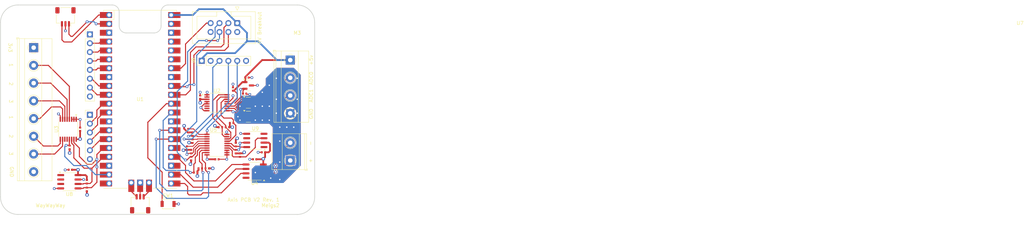
<source format=kicad_pcb>
(kicad_pcb (version 20240108) (generator "pcbnew") (generator_version "8.0")
  (layers (0 "F.Cu" signal) (1 "In1.Cu" power) (2 "In2.Cu" power) (31 "B.Cu" signal) (34 "B.Paste" user) (35 "F.Paste" user) (36 "B.SilkS" user "B.Silkscreen") (37 "F.SilkS" user "F.Silkscreen") (38 "B.Mask" user) (39 "F.Mask" user) (44 "Edge.Cuts" user))
  (net 0 "")
  (net 1 "GND")
  (net 2 "+5V")
  (net 3 "+3V3")
  (net 4 "/4.5V_VREF")
  (net 5 "/SWDIO")
  (net 6 "/SWCLK")
  (net 7 "/UART_RX")
  (net 8 "/UART_TX")
  (net 9 "/THCPL1_NEG")
  (net 10 "/THCPL1_POS")
  (net 11 "/ADC_0")
  (net 12 "/IO_1")
  (net 13 "/IO_2")
  (net 14 "/IO_3")
  (net 15 "/IO_5")
  (net 16 "/IO_4")
  (net 17 "/ADC_1")
  (net 18 "/~{SPI1_CS0}")
  (net 19 "/EXT_SCL")
  (net 20 "/I2C0_SCL")
  (net 21 "/I2C0_SDA")
  (net 22 "/EXT_SDA")
  (net 23 "/~{EXT_INT}")
  (net 24 "/I2C1_SDA")
  (net 25 "/SPI0_RX")
  (net 26 "/SPI0_SCK")
  (net 27 "/I2C1_SCL")
  (net 28 "/GPIO2")
  (net 29 "/ZC_SIG")
  (net 30 "/HV_SCL")
  (net 31 "/HV_SDA")
  (net 32 "/~{IO_INT}")
  (net 33 "/~{MUX_INT}")
  (net 34 "/ADS_SDA")
  (net 35 "/TIMER_SDA")
  (net 36 "/ADS_SCL")
  (net 37 "/TIMER_SCL")
  (net 38 "/~{ADS_RDY}")
  (net 39 "/~{TIMER_INT}")
  (net 40 "/~{SPI0_CS1}")
  (net 41 "/~{SPI0_CS0}")
  (net 42 "+BATT")
  (net 43 "/SPI1_TX")
  (net 44 "/SPI1_RX")
  (net 45 "/SPI1_SCK")
  (net 46 "/GPIO6")
  (net 47 "/GPIO5")
  (net 48 "/GPIO3")
  (net 49 "/GPIO4")
  (net 50 "/GPIO7")
  (net 51 "/IO_6")
  (net 59 "Net-(U1-RUN)")
  (net 65 "/HV_IO2")
  (net 69 "/~{INT_3}")
  (net 74 "/HV_IO1")
  (footprint "MCU_RaspberryPi_and_Boards:RPi_Pico_SMD_TH_No_Silkscreen" (layer "F.Cu") (at 100 57)
    (property "Reference" "U1")
    (property "Value" "Pico")
  )
  (footprint "Package_SO:TSSOP-20_4.4x6.5mm_P0.65mm" (layer "F.Cu") (at 122 70 180)
    (property "Reference" "U5")
    (property "Value" "PCA9544APW")
  )
  (footprint "Capacitor_SMD:C_0402_1005Metric" (layer "F.Cu") (at 117.2 56.4 90)
    (property "Reference" "C1" (hide yes))
    (property "Value" "0.1u")
  )
  (footprint "Package_SO:SOIC-8_3.9x4.9mm_P1.27mm" (layer "F.Cu") (at 133 68.8 180)
    (property "Reference" "U9")
    (property "Value" "DS3231MZ")
  )
  (footprint "Resistor_SMD:R_0402_1005Metric" (layer "F.Cu") (at 115 69 90)
    (property "Reference" "R17" (hide yes))
    (property "Value" "1k")
  )
  (footprint "Resistor_SMD:R_0402_1005Metric" (layer "F.Cu") (at 113.4 71 90)
    (property "Reference" "R15" (hide yes))
    (property "Value" "1k")
  )
  (footprint "Package_TO_SOT_SMD:SOT-23" (layer "F.Cu") (at 131 58)
    (property "Reference" "D1" (hide yes))
    (property "Value" "4.7v")
  )
  (footprint "Resistor_SMD:R_0402_1005Metric" (layer "F.Cu") (at 79.8 70.8 90)
    (property "Reference" "R3" (hide yes))
    (property "Value" "1k")
  )
  (footprint "Resistor_SMD:R_0402_1005Metric" (layer "F.Cu") (at 125 65 180)
    (property "Reference" "R7" (hide yes))
    (property "Value" "1k")
  )
  (footprint "Package_SO:TSSOP-16_4.4x5mm_P0.65mm" (layer "F.Cu") (at 79.4 65.6 -90)
    (property "Reference" "U3")
    (property "Value" "TCA9534")
  )
  (footprint "TerminalBlock_Phoenix:TerminalBlock_Phoenix_MKDS-1,5-4-5.08_1x04_P5.08mm_Horizontal" (layer "F.Cu") (at 143 45.78 -90)
    (property "Reference" "J3" (hide yes))
    (property "Value" "Conn_01x04")
  )
  (footprint "TerminalBlock_Phoenix:TerminalBlock_Phoenix_MKDS-1,5-8-5.08_1x08_P5.08mm_Horizontal" (layer "F.Cu") (at 69.495 42.22 -90)
    (property "Reference" "J2" (hide yes))
    (property "Value" "GPIO")
  )
  (footprint "Resistor_SMD:R_0402_1005Metric" (layer "F.Cu") (at 113.8 66 90)
    (property "Reference" "R18" (hide yes))
    (property "Value" "1k")
  )
  (footprint "Package_TO_SOT_SMD:SOT-23" (layer "F.Cu") (at 131 62)
    (property "Reference" "D2" (hide yes))
    (property "Value" "4.7v")
  )
  (footprint "Resistor_SMD:R_0402_1005Metric" (layer "F.Cu") (at 123 65)
    (property "Reference" "R8" (hide yes))
    (property "Value" "1k")
  )
  (footprint "Resistor_SMD:R_0402_1005Metric" (layer "F.Cu") (at 119.23 76.8 180)
    (property "Reference" "R4" (hide yes))
    (property "Value" "1k")
  )
  (footprint "Capacitor_SMD:C_0402_1005Metric" (layer "F.Cu") (at 132.8 74.2 180)
    (property "Reference" "C4" (hide yes))
    (property "Value" "0.1u")
  )
  (footprint "Package_SO:SOIC-8_3.9x4.9mm_P1.27mm" (layer "F.Cu") (at 79.725 80.635)
    (property "Reference" "U8")
    (property "Value" "FM24CL16B")
  )
  (footprint "Capacitor_SMD:C_0402_1005Metric" (layer "F.Cu") (at 129.9375 55.4)
    (property "Reference" "C9" (hide yes))
    (property "Value" "0.1u")
  )
  (footprint "Resistor_SMD:R_0402_1005Metric" (layer "F.Cu") (at 115 67 -90)
    (property "Reference" "R16" (hide yes))
    (property "Value" "1k")
  )
  (footprint "Package_SO:SOIC-8_3.9x4.9mm_P1.27mm" (layer "F.Cu") (at 132.8 77.6 180)
    (property "Reference" "U4")
    (property "Value" "MAX31855EASA")
  )
  (footprint "Connector_PinHeader_2.54mm:PinHeader_1x06_P2.54mm_Vertical" (layer "F.Cu") (at 117.65 46 90)
    (property "Reference" "J8")
    (property "Value" "EXT_I2C")
  )
  (footprint "Resistor_SMD:R_0402_1005Metric" (layer "F.Cu") (at 84.725 80.635 -90)
    (property "Reference" "R2" (hide yes))
    (property "Value" "1k")
  )
  (footprint "Connector_IDC:IDC-Header_2x04_P2.54mm_Vertical" (layer "F.Cu") (at 127.81 35.2 -90)
    (property "Reference" "J10" (hide yes))
    (property "Value" "HV_IDC")
  )
  (footprint "Package_TO_SOT_SMD:SOT-23" (layer "F.Cu") (at 130.9375 53.05)
    (property "Reference" "U7")
    (property "Value" "MAX6107")
  )
  (footprint "MountingHole:MountingHole_2.7mm_M2.5" (layer "F.Cu") (at 145 35)
    (property "Reference" "H4" (hide yes))
    (property "Value" "MountingHole")
  )
  (footprint "MountingHole:MountingHole_2.7mm_M2.5" (layer "F.Cu") (at 65 85)
    (property "Reference" "H2" (hide yes))
    (property "Value" "MountingHole")
  )
  (footprint "Capacitor_SMD:C_0402_1005Metric" (layer "F.Cu") (at 126.6 54.08 90)
    (property "Reference" "C2" (hide yes))
    (property "Value" "0.1u")
  )
  (footprint "TerminalBlock_Phoenix:TerminalBlock_Phoenix_MKDS-1,5-2-5.08_1x02_P5.08mm_Horizontal" (layer "F.Cu") (at 143 74.545 90)
    (property "Reference" "J5" (hide yes))
    (property "Value" "Conn_01x02")
  )
  (footprint "Resistor_SMD:R_0402_1005Metric" (layer "F.Cu") (at 114.6 74 90)
    (property "Reference" "R14" (hide yes))
    (property "Value" "1k")
  )
  (footprint "MountingHole:MountingHole_2.7mm_M2.5" (layer "F.Cu") (at 145 85)
    (property "Reference" "H3" (hide yes))
    (property "Value" "MountingHole")
  )
  (footprint "Resistor_SMD:R_0402_1005Metric" (layer "F.Cu") (at 128.6 73 -90)
    (property "Reference" "R12" (hide yes))
    (property "Value" "1k")
  )
  (footprint "Resistor_SMD:R_0402_1005Metric" (layer "F.Cu") (at 115.89 78 180)
    (property "Reference" "R6" (hide yes))
    (property "Value" "1k")
  )
  (footprint "Resistor_SMD:R_0402_1005Metric" (layer "F.Cu") (at 114.6 72 -90)
    (property "Reference" "R13" (hide yes))
    (property "Value" "1k")
  )
  (footprint "Capacitor_SMD:C_0402_1005Metric" (layer "F.Cu") (at 135.32 72.2 180)
    (property "Reference" "C10" (hide yes))
    (property "Value" "0.1u")
  )
  (footprint "Capacitor_SMD:C_0402_1005Metric" (layer "F.Cu") (at 80 77.2 180)
    (property "Reference" "C7" (hide yes))
    (property "Value" "0.1u")
  )
  (footprint "Connector_PinHeader_2.54mm:PinHeader_1x08_P2.54mm_Vertical" (layer "F.Cu") (at 85.6 38.42)
    (property "Reference" "J9" (hide yes))
    (property "Value" "GPIO")
  )
  (footprint "Connector_JST:JST_SH_SM03B-SRSS-TB_1x03-1MP_P1.00mm_Horizontal" (layer "F.Cu") (at 100 86.925)
    (property "Reference" "J1" (hide yes))
    (property "Value" "SWD")
  )
  (footprint "Package_SO:TSSOP-16_4.4x5mm_P0.65mm" (layer "F.Cu") (at 122 58)
    (property "Reference" "U2")
    (property "Value" "ADS1119IPWR")
  )
  (footprint "Resistor_SMD:R_0402_1005Metric" (layer "F.Cu") (at 127.4 70 -90)
    (property "Reference" "R11" (hide yes))
    (property "Value" "1k")
  )
  (footprint "Capacitor_SMD:C_0402_1005Metric" (layer "F.Cu") (at 130.6 50.8)
    (property "Reference" "C8" (hide yes))
    (property "Value" "0.1u")
  )
  (footprint "Connector_JST:JST_SH_SM03B-SRSS-TB_1x03-1MP_P1.00mm_Horizontal" (layer "F.Cu") (at 78.6 33.4 180)
    (property "Reference" "J4" (hide yes))
    (property "Value" "UART")
  )
  (footprint "MountingHole:MountingHole_2.7mm_M2.5" (layer "F.Cu") (at 65 35)
    (property "Reference" "H1" (hide yes))
    (property "Value" "MountingHole")
  )
  (footprint "Resistor_SMD:R_0402_1005Metric" (layer "F.Cu") (at 127.4 72 90)
    (property "Reference" "R10" (hide yes))
    (property "Value" "1k")
  )
  (footprint "Capacitor_SMD:C_0402_1005Metric" (layer "F.Cu") (at 122 74.2)
    (property "Reference" "C5" (hide yes))
    (property "Value" "0.1u")
  )
  (footprint "Button_Switch_SMD:SW_SPST_B3U-1000P" (layer "F.Cu") (at 108 87 180)
    (property "Reference" "SW1")
    (property "Value" "RES")
  )
  (footprint "Resistor_SMD:R_0402_1005Metric" (layer "F.Cu") (at 84.725 82.835 90)
    (property "Reference" "R1" (hide yes))
    (property "Value" "1k")
  )
  (footprint "Resistor_SMD:R_0402_1005Metric" (layer "F.Cu") (at 117.23 76.8)
    (property "Reference" "R5" (hide yes))
    (property "Value" "1k")
  )
  (footprint "Connector_PinHeader_2.54mm:PinHeader_1x06_P2.54mm_Vertical" (layer "F.Cu") (at 85.6 61.46)
    (property "Reference" "J7" (hide yes))
    (property "Value" "EXT_SPI")
  )
  (footprint "Capacitor_SMD:C_0402_1005Metric" (layer "F.Cu") (at 82.8 65.6 90)
    (property "Reference" "C3" (hide yes))
    (property "Value" "0.1u")
  )
  (footprint "Resistor_SMD:R_0402_1005Metric" (layer "F.Cu") (at 126.2 63.8)
    (property "Reference" "R9" (hide yes))
    (property "Value" "1k")
  )
  (gr_line (start 104 38) (end 96 38) (stroke (width 0.2)) (layer "Edge.Cuts"))
  (gr_line (start 92 30) (end 65 30) (stroke (width 0.2)) (layer "Edge.Cuts"))
  (gr_arc (start 150 85) (mid 148.535533 88.535533) (end 145 90) (stroke (width 0.2)) (layer "Edge.Cuts"))
  (gr_line (start 106 32) (end 106 36) (stroke (width 0.2)) (layer "Edge.Cuts"))
  (gr_arc (start 106 32) (mid 106.585785 30.585785) (end 108 30) (stroke (width 0.2)) (layer "Edge.Cuts"))
  (gr_line (start 145 30) (end 108 30) (stroke (width 0.2)) (layer "Edge.Cuts"))
  (gr_arc (start 65 90) (mid 61.464466 88.535534) (end 60 85) (stroke (width 0.2)) (layer "Edge.Cuts"))
  (gr_arc (start 96 38) (mid 94.585752 37.414228) (end 94 36) (stroke (width 0.2)) (layer "Edge.Cuts"))
  (gr_arc (start 92 30) (mid 93.41418 30.585801) (end 94 32) (stroke (width 0.2)) (layer "Edge.Cuts"))
  (gr_line (start 94 36) (end 94 32) (stroke (width 0.2)) (layer "Edge.Cuts"))
  (gr_line (start 150 85) (end 150 35) (stroke (width 0.2)) (layer "Edge.Cuts"))
  (gr_line (start 60 35) (end 60 85) (stroke (width 0.2)) (layer "Edge.Cuts"))
  (gr_line (start 65 90) (end 145 90) (stroke (width 0.2)) (layer "Edge.Cuts"))
  (gr_arc (start 60 35) (mid 61.464466 31.464466) (end 65 30) (stroke (width 0.2)) (layer "Edge.Cuts"))
  (gr_arc (start 106 36) (mid 105.414215 37.414215) (end 104 38) (stroke (width 0.2)) (layer "Edge.Cuts"))
  (gr_arc (start 145 30) (mid 148.5355 31.46448) (end 150 35) (stroke (width 0.2)) (layer "Edge.Cuts"))
  (gr_text "3" (at 63 57.6 270) (layer "F.SilkS") (effects (font (size 1 1))))
  (gr_text "HV Breakout" (at 134.2 36.6 90) (layer "F.SilkS") (effects (font (size 1 1))))
  (gr_text "2" (at 63 67.6 270) (layer "F.SilkS") (effects (font (size 1 1))))
  (gr_text "+5v" (at 149 45.8 90) (layer "F.SilkS") (effects (font (size 1 1))))
  (gr_text "WayWayWay" (at 70 88 0) (layer "F.SilkS") (effects (font (size 1 1)) (justify left bottom)))
  (gr_text "GND" (at 149 61.2 90) (layer "F.SilkS") (effects (font (size 1 1))))
  (gr_text "1" (at 63 62.2 270) (layer "F.SilkS") (effects (font (size 1 1))))
  (gr_text "GND" (at 63.2 77.8 270) (layer "F.SilkS") (effects (font (size 1 1))))
  (gr_text "2" (at 63 52.6 270) (layer "F.SilkS") (effects (font (size 1 1))))
  (gr_text "M3" (at 145 38 0) (layer "F.SilkS") (effects (font (size 1 1))))
  (gr_text "Axis PCB V2 Rev. 1\nMeigs2" (at 140 88 0) (layer "F.SilkS") (effects (font (size 1 1)) (justify right bottom)))
  (gr_text "+" (at 148.8 74.6 90) (layer "F.SilkS") (effects (font (size 1 1))))
  (gr_text "ADC0" (at 149 51 90) (layer "F.SilkS") (effects (font (size 1 1))))
  (gr_text "3v3" (at 62.8 42.2 270) (layer "F.SilkS") (effects (font (size 1 1))))
  (gr_text "3" (at 63 72.6 270) (layer "F.SilkS") (effects (font (size 1 1))))
  (gr_text "-" (at 148.8 69.6 90) (layer "F.SilkS") (effects (font (size 1 1))))
  (gr_text "ADC1" (at 149 56 90) (layer "F.SilkS") (effects (font (size 1 1))))
  (gr_text "1" (at 63 47.2 270) (layer "F.SilkS") (effects (font (size 1 1))))
  (segment (start 128.895 66.895) (end 128.8 66.8) (width 0.25) (layer "F.Cu") (net 1))
  (segment (start 126.6 53.6) (end 126.6 52.68) (width 0.25) (layer "F.Cu") (net 1))
  (segment (start 119.1375 56.375) (end 119.1375 55.725) (width 0.25) (layer "F.Cu") (net 1))
  (segment (start 128.65 58.95) (end 128.6 59) (width 0.25) (layer "F.Cu") (net 1))
  (segment (start 137.305 79.505) (end 137.4 79.6) (width 0.3) (layer "F.Cu") (net 1))
  (segment (start 118.400001 58.325) (end 117.4 59.325001) (width 0.3) (layer "F.Cu") (net 1))
  (segment (start 109.7 87) (end 111 87) (width 0.3) (layer "F.Cu") (net 1))
  (segment (start 119.1375 55.0625) (end 119.2 55) (width 0.25) (layer "F.Cu") (net 1))
  (segment (start 124.8625 71.625) (end 124.8625 72.925) (width 0.25) (layer "F.Cu") (net 1))
  (segment (start 119.1375 60.275) (end 118.275 60.275) (width 0.3) (layer "F.Cu") (net 1))
  (segment (start 124.8625 67.075) (end 124.8625 66.4625) (width 0.25) (layer "F.Cu") (net 1))
  (segment (start 117.2 55.92) (end 117.2 55) (width 0.25) (layer "F.Cu") (net 1))
  (segment (start 77.25 82.54) (end 75.46 82.54) (width 0.25) (layer "F.Cu") (net 1))
  (segment (start 131.08 50.8) (end 132 50.8) (width 0.25) (layer "F.Cu") (net 1))
  (segment (start 124.8625 72.925) (end 124.8625 74.1375) (width 0.25) (layer "F.Cu") (net 1))
  (segment (start 130.4175 55.4) (end 130.6175 55.6) (width 0.25) (layer "F.Cu") (net 1))
  (segment (start 100 84.925) (end 100 80.9) (width 0.25) (layer "F.Cu") (net 1))
  (segment (start 124.8625 66.4625) (end 124.8 66.4) (width 0.25) (layer "F.Cu") (net 1))
  (segment (start 131.875 53.05) (end 133.55 53.05) (width 0.25) (layer "F.Cu") (net 1))
  (segment (start 124.8625 74.1375) (end 124.8 74.2) (width 0.25) (layer "F.Cu") (net 1))
  (segment (start 82.2 80) (end 83.8 80) (width 0.25) (layer "F.Cu") (net 1))
  (segment (start 77.125 61.725) (end 77.125 62.7375) (width 0.25) (layer "F.Cu") (net 1))
  (segment (start 119.1375 57.675) (end 119.1375 58.325) (width 0.3) (layer "F.Cu") (net 1))
  (segment (start 128.65 62.95) (end 128.6 63) (width 0.25) (layer "F.Cu") (net 1))
  (segment (start 79.52 77.2) (end 78.56 77.2) (width 0.25) (layer "F.Cu") (net 1))
  (segment (start 80.375 62.7375) (end 82.7375 62.7375) (width 0.25) (layer "F.Cu") (net 1))
  (segment (start 78.6 35.4) (end 78.6 37.4) (width 0.3) (layer "F.Cu") (net 1))
  (segment (start 117.4 59.325001) (end 117.4 59.4) (width 0.3) (layer "F.Cu") (net 1))
  (segment (start 132.32 74.2) (end 131.4 74.2) (width 0.3) (layer "F.Cu") (net 1))
  (segment (start 130.525 66.895) (end 128.895 66.895) (width 0.25) (layer "F.Cu") (net 1))
  (segment (start 133.55 53.05) (end 133.6 53) (width 0.25) (layer "F.Cu") (net 1))
  (segment (start 119.1375 55.725) (end 119.1375 55.0625) (width 0.25) (layer "F.Cu") (net 1))
  (segment (start 76.6 61.2) (end 77.125 61.725) (width 0.25) (layer "F.Cu") (net 1))
  (segment (start 119.1375 58.325) (end 118.400001 58.325) (width 0.3) (layer "F.Cu") (net 1))
  (segment (start 122.48 74.2) (end 124.8 74.2) (width 0.25) (layer "F.Cu") (net 1))
  (segment (start 130.0625 62.95) (end 128.65 62.95) (width 0.25) (layer "F.Cu") (net 1))
  (segment (start 130.0625 58.95) (end 128.65 58.95) (width 0.25) (layer "F.Cu") (net 1))
  (segment (start 75.46 82.54) (end 75.4 82.6) (width 0.25) (layer "F.Cu") (net 1))
  (segment (start 134.84 72.2) (end 133.8 72.2) (width 0.3) (layer "F.Cu") (net 1))
  (segment (start 82.8 65.12) (end 82.8 62.8) (width 0.25) (layer "F.Cu") (net 1))
  (segment (start 130.6175 55.6) (end 131.4 55.6) (width 0.25) (layer "F.Cu") (net 1))
  (segment (start 78.56 77.2) (end 78.525 77.235) (width 0.25) (layer "F.Cu") (net 1))
  (segment (start 135.275 79.505) (end 137.305 79.505) (width 0.3) (layer "F.Cu") (net 1))
  (segment (start 118.275 60.275) (end 117.4 59.4) (width 0.3) (layer "F.Cu") (net 1))
  (segment (start 82.7375 62.7375) (end 82.8 62.8) (width 0.25) (layer "F.Cu") (net 1))
  (via (at 142 65) (size 0.8) (drill 0.4) (layers "F.Cu" "B.Cu") (net 1))
  (via (at 140 80) (size 0.8) (drill 0.4) (layers "F.Cu" "B.Cu") (net 1))
  (via (at 145 61) (size 0.8) (drill 0.4) (layers "F.Cu" "B.Cu") (net 1))
  (via (at 119.2 55) (size 0.8) (drill 0.4) (layers "F.Cu" "B.Cu") (net 1))
  (via (at 145 57) (size 0.8) (drill 0.4) (layers "F.Cu" "B.Cu") (net 1))
  (via (at 133 59) (size 0.8) (drill 0.4) (layers "F.Cu" "B.Cu") (net 1))
  (via (at 135 59) (size 0.8) (drill 0.4) (layers "F.Cu" "B.Cu") (net 1))
  (via (at 137.4 79.6) (size 0.8) (drill 0.4) (layers "F.Cu" "B.Cu") (net 1))
  (via (at 78.525 77.235) (size 0.8) (drill 0.4) (layers "F.Cu" "B.Cu") (net 1))
  (via (at 140 69) (size 0.8) (drill 0.4) (layers "F.Cu" "B.Cu") (net 1))
  (via (at 124.8 74.2) (size 0.8) (drill 0.4) (layers "F.Cu" "B.Cu") (net 1))
  (via (at 144 65) (size 0.8) (drill 0.4) (layers "F.Cu" "B.Cu") (net 1))
  (via (at 139 57) (size 0.8) (drill 0.4) (layers "F.Cu" "B.Cu") (net 1))
  (via (at 133 78) (size 0.8) (drill 0.4) (layers "F.Cu" "B.Cu") (net 1))
  (via (at 131.4 55.6) (size 0.8) (drill 0.4) (layers "F.Cu" "B.Cu") (net 1))
  (via (at 128 62) (size 0.8) (drill 0.4) (layers "F.Cu" "B.Cu") (net 1))
  (via (at 78.6 37.4) (size 0.8) (drill 0.4) (layers "F.Cu" "B.Cu") (net 1))
  (via (at 137 53) (size 0.8) (drill 0.4) (layers "F.Cu" "B.Cu") (net 1))
  (via (at 145 51) (size 0.8) (drill 0.4) (layers "F.Cu" "B.Cu") (net 1))
  (via (at 135 55) (size 0.8) (drill 0.4) (layers "F.Cu" "B.Cu") (net 1))
  (via (at 83.8 80) (size 0.8) (drill 0.4) (layers "F.Cu" "B.Cu") (net 1))
  (via (at 128.6 59) (size 0.8) (drill 0.4) (layers "F.Cu" "B.Cu") (net 1))
  (via (at 117.4 59.4) (size 0.8) (drill 0.4) (layers "F.Cu" "B.Cu") (net 1))
  (via (at 128.6 63) (size 0.8) (drill 0.4) (layers "F.Cu" "B.Cu") (net 1))
  (via (at 128.8 66.8) (size 0.8) (drill 0.4) (layers "F.Cu" "B.Cu") (net 1))
  (via (at 133.8 72.2) (size 0.8) (drill 0.4) (layers "F.Cu" "B.Cu") (net 1))
  (via (at 139 61) (size 0.8) (drill 0.4) (layers "F.Cu" "B.Cu") (net 1))
  (via (at 82.8 62.8) (size 0.8) (drill 0.4) (layers "F.Cu" "B.Cu") (net 1))
  (via (at 75.4 82.6) (size 0.8) (drill 0.4) (layers "F.Cu" "B.Cu") (net 1))
  (via (at 139 51) (size 0.8) (drill 0.4) (layers "F.Cu" "B.Cu") (net 1))
  (via (at 111 87) (size 0.8) (drill 0.4) (layers "F.Cu" "B.Cu") (net 1))
  (via (at 140 75) (size 0.8) (drill 0.4) (layers "F.Cu" "B.Cu") (net 1))
  (via (at 132 50.8) (size 0.8) (drill 0.4) (layers "F.Cu" "B.Cu") (net 1))
  (via (at 117.2 55) (size 0.8) (drill 0.4) (layers "F.Cu" "B.Cu") (net 1))
  (via (at 126.6 52.68) (size 0.8) (drill 0.4) (layers "F.Cu" "B.Cu") (net 1))
  (via (at 124.8 66.4) (size 0.8) (drill 0.4) (layers "F.Cu" "B.Cu") (net 1))
  (via (at 137 59) (size 0.8) (drill 0.4) (layers "F.Cu" "B.Cu") (net 1))
  (via (at 133 63) (size 0.8) (drill 0.4) (layers "F.Cu" "B.Cu") (net 1))
  (via (at 137 63) (size 0.8) (drill 0.4) (layers "F.Cu" "B.Cu") (net 1))
  (via (at 140 65) (size 0.8) (drill 0.4) (layers "F.Cu" "B.Cu") (net 1))
  (via (at 131.4 74.2) (size 0.8) (drill 0.4) (layers "F.Cu" "B.Cu") (net 1))
  (via (at 76.6 61.2) (size 0.8) (drill 0.4) (layers "F.Cu" "B.Cu") (net 1))
  (via (at 135 63) (size 0.8) (drill 0.4) (layers "F.Cu" "B.Cu") (net 1))
  (via (at 133.6 53) (size 0.8) (drill 0.4) (layers "F.Cu" "B.Cu") (net 1))
  (segment (start 126.96 54.56) (end 127.8 55.4) (width 0.3) (layer "F.Cu") (net 2))
  (segment (start 126.84 54.56) (end 126.6 54.56) (width 0.5) (layer "F.Cu") (net 2))
  (segment (start 130.12 51.98) (end 130 52.1) (width 0.5) (layer "F.Cu") (net 2))
  (segment (start 126.6 54.56) (end 126.96 54.56) (width 0.3) (layer "F.Cu") (net 2))
  (segment (start 134.951734 45.78) (end 142.295 45.78) (width 0.5) (layer "F.Cu") (net 2))
  (segment (start 127.8 55.4) (end 127.8 56.6) (width 0.3) (layer "F.Cu") (net 2))
  (segment (start 126.075 58.325) (end 127.8 56.6) (width 0.3) (layer "F.Cu") (net 2))
  (segment (start 129.3 52.1) (end 126.84 54.56) (width 0.5) (layer "F.Cu") (net 2))
  (segment (start 124.8625 58.325) (end 126.075 58.325) (width 0.3) (layer "F.Cu") (net 2))
  (segment (start 130.12 50.8) (end 130.12 51.98) (width 0.5) (layer "F.Cu") (net 2))
  (segment (start 130 52.1) (end 129.3 52.1) (width 0.5) (layer "F.Cu") (net 2))
  (segment (start 130.12 50.611734) (end 134.951734 45.78) (width 0.5) (layer "F.Cu") (net 2))
  (segment (start 130.12 50.8) (end 130.12 50.611734) (width 0.5) (layer "F.Cu") (net 2))
  (segment (start 127.2 43.8) (end 130.6 40.4) (width 0.5) (layer "B.Cu") (net 2))
  (segment (start 142.295 45.78) (end 139.18 45.78) (width 0.5) (layer "B.Cu") (net 2))
  (segment (start 139.18 45.78) (end 133.8 40.4) (width 0.5) (layer "B.Cu") (net 2))
  (segment (start 130.6 40.4) (end 130.6 37.99) (width 0.5) (layer "B.Cu") (net 2))
  (segment (start 123.81 31.2) (end 116.8 31.2) (width 0.5) (layer "B.Cu") (net 2))
  (segment (start 133.8 40.4) (end 130.6 40.4) (width 0.5) (layer "B.Cu") (net 2))
  (segment (start 119.2 43.8) (end 117.65 45.35) (width 0.5) (layer "B.Cu") (net 2))
  (segment (start 116.8 31.2) (end 115.13 32.87) (width 0.5) (layer "B.Cu") (net 2))
  (segment (start 117.65 45.35) (end 117.65 46) (width 0.5) (layer "B.Cu") (net 2))
  (segment (start 127.81 35.2) (end 123.81 31.2) (width 0.5) (layer "B.Cu") (net 2))
  (segment (start 115.13 32.87) (end 108.89 32.87) (width 0.5) (layer "B.Cu") (net 2))
  (segment (start 130.6 37.99) (end 127.81 35.2) (width 0.5) (layer "B.Cu") (net 2))
  (segment (start 119.2 43.8) (end 127.2 43.8) (width 0.5) (layer "B.Cu") (net 2))
  (segment (start 119.2 74.2) (end 119.1375 74.1375) (width 0.25) (layer "F.Cu") (net 3))
  (segment (start 129.51 72.49) (end 129.8 72.2) (width 0.5) (layer "F.Cu") (net 3))
  (segment (start 122.49 65) (end 121.8 65) (width 0.5) (layer "F.Cu") (net 3))
  (segment (start 112.6 65.441056) (end 113.668944 66.51) (width 0.5) (layer "F.Cu") (net 3))
  (segment (start 135.475 69.435) (end 136.835 69.435) (width 0.5) (layer "F.Cu") (net 3))
  (segment (start 115 66.49) (end 113.82 66.49) (width 0.5) (layer "F.Cu") (net 3))
  (segment (start 127.4 72.51) (end 128.58 72.51) (width 0.5) (layer "F.Cu") (net 3))
  (segment (start 115 69.51) (end 114.11 69.51) (width 0.5) (layer "F.Cu") (net 3))
  (segment (start 81.675 68.4625) (end 82.7375 68.4625) (width 0.4) (layer "F.Cu") (net 3))
  (segment (start 114.6 71.49) (end 113.42 71.49) (width 0.5) (layer "F.Cu") (net 3))
  (segment (start 84.725 84.325) (end 84.8 84.4) (width 0.5) (layer "F.Cu") (net 3))
  (segment (start 113.668944 66.51) (end 113.8 66.51) (width 0.5) (layer "F.Cu") (net 3))
  (segment (start 135.275 74.075) (end 135.275 75.695) (width 0.5) (layer "F.Cu") (net 3))
  (segment (start 80.48 77.2) (end 82.2 77.2) (width 0.5) (layer "F.Cu") (net 3))
  (segment (start 127.4 69.49) (end 127.4 68.6) (width 0.5) (layer "F.Cu") (net 3))
  (segment (start 82.8 66.08) (end 82.8 68.4) (width 0.5) (layer "F.Cu") (net 3))
  (segment (start 82.7375 68.4625) (end 82.8 68.4) (width 0.4) (layer "F.Cu") (net 3))
  (segment (start 135.8 73.55) (end 135.8 72.2) (width 0.5) (layer "F.Cu") (net 3))
  (segment (start 114.6 75.4) (end 114.4 75.6) (width 0.5) (layer "F.Cu") (net 3))
  (segment (start 137.2 71.8) (end 136.8 72.2) (width 0.5) (layer "F.Cu") (net 3))
  (segment (start 114.11 69.51) (end 114 69.4) (width 0.5) (layer "F.Cu") (net 3))
  (segment (start 119.8 76.8) (end 120.8 76.8) (width 0.5) (layer "F.Cu") (net 3))
  (segment (start 128.6 72.49) (end 129.51 72.49) (width 0.5) (layer "F.Cu") (net 3))
  (segment (start 116.4 78) (end 116.4 79) (width 0.5) (layer "F.Cu") (net 3))
  (segment (start 112.49 71.51) (end 112.4 71.6) (width 0.5) (layer "F.Cu") (net 3))
  (segment (start 125.599999 57.675) (end 124.8625 57.675) (width 0.3) (layer "F.Cu") (net 3))
  (segment (start 135.275 74.075) (end 135.15 74.2) (width 0.5) (layer "F.Cu") (net 3))
  (segment (start 119.1375 74.1375) (end 119.1375 72.925) (width 0.25) (layer "F.Cu") (net 3))
  (segment (start 126.6 56) (end 126.6 56.674999) (width 0.3) (layer "F.Cu") (net 3))
  (segment (start 125.51 65) (end 126.4 65) (width 0.5) (layer "F.Cu") (net 3))
  (segment (start 121.52 74.2) (end 119.2 74.2) (width 0.5) (layer "F.Cu") (net 3))
  (segment (start 125.69 63.8) (end 125.69 64.82) (width 0.5) (layer "F.Cu") (net 3))
  (segment (start 137.2 69.8) (end 137.2 71.8) (width 0.5) (layer "F.Cu") (net 3))
  (segment (start 119.1375 57.025) (end 117.345 57.025) (width 0.4) (layer "F.Cu") (net 3))
  (segment (start 127.4 68.6) (end 127.8 68.2) (width 0.5) (layer "F.Cu") (net 3))
  (segment (start 84.33 78.73) (end 84.725 79.125) (width 0.5) (layer "F.Cu") (net 3))
  (segment (start 125.69 64.82) (end 125.51 65) (width 0.5) (layer "F.Cu") (net 3))
  (segment (start 84.725 79.125) (end 84.725 80.125) (width 0.5) (layer "F.Cu") (net 3))
  (segment (start 116.72 77.28) (end 116.72 76.8) (width 0.5) (layer "F.Cu") (net 3))
  (segment (start 117.2 58) (end 117.2 56.88) (width 0.5) (layer "F.Cu") (net 3))
  (segment (start 113.82 66.49) (end 113.8 66.51) (width 0.5) (layer "F.Cu") (net 3))
  (segment (start 113.42 71.49) (end 113.4 71.51) (width 0.5) (layer "F.Cu") (net 3))
  (segment (start 82.2 78.73) (end 84.33 78.73) (width 0.5) (layer "F.Cu") (net 3))
  (segment (start 126.6 56.674999) (end 125.599999 57.675) (width 0.3) (layer "F.Cu") (net 3))
  (segment (start 112.6 64.6) (end 112.6 65.441056) (width 0.5) (layer "F.Cu") (net 3))
  (segment (start 117.345 57.025) (end 117.2 56.88) (width 0.5) (layer "F.Cu") (net 3))
  (segment (start 135.15 74.2) (end 133.28 74.2) (width 0.5) (layer "F.Cu") (net 3))
  (segment (start 113.4 71.51) (end 112.49 71.51) (width 0.5) (layer "F.Cu") (net 3))
  (segment (start 136.835 69.435) (end 137.2 69.8) (width 0.5) (layer "F.Cu") (net 3))
  (segment (start 121.8 65) (end 121.4 64.6) (width 0.5) (layer "F.Cu") (net 3))
  (segment (start 116.4 78) (end 116.4 77.6) (width 0.5) (layer "F.Cu") (net 3))
  (segment (start 114.6 74.51) (end 114.6 75.4) (width 0.5) (layer "F.Cu") (net 3))
  (segment (start 82.2 78.73) (end 82.2 77.2) (width 0.5) (layer "F.Cu") (net 3))
  (segment (start 135.275 74.075) (end 135.8 73.55) (width 0.5) (layer "F.Cu") (net 3))
  (segment (start 116.4 77.6) (end 116.72 77.28) (width 0.5) (layer "F.Cu") (net 3))
  (segment (start 128.58 72.51) (end 128.6 72.49) (width 0.5) (layer "F.Cu") (net 3))
  (segment (start 84.725 83.345) (end 84.725 84.325) (width 0.5) (layer "F.Cu") (net 3))
  (segment (start 136.8 72.2) (end 135.8 72.2) (width 0.5) (layer "F.Cu") (net 3))
  (segment (start 79.8 71.31) (end 79.8 72.4) (width 0.5) (layer "F.Cu") (net 3))
  (via (at 126.4 65) (size 1) (drill 0.5) (layers "F.Cu" "B.Cu") (net 3))
  (via (at 119.2 74.2) (size 0.8) (drill 0.4) (layers "F.Cu" "B.Cu") (net 3))
  (via (at 82.2 77.2) (size 1) (drill 0.5) (layers "F.Cu" "B.Cu") (net 3))
  (via (at 135.275 74.075) (size 1) (drill 0.5) (layers "F.Cu" "B.Cu") (net 3))
  (via (at 84.8 84.4) (size 1) (drill 0.5) (layers "F.Cu" "B.Cu") (net 3))
  (via (at 129.8 72.2) (size 1) (drill 0.5) (layers "F.Cu" "B.Cu") (net 3))
  (via (at 126.6 56) (size 0.8) (drill 0.4) (layers "F.Cu" "B.Cu") (net 3))
  (via (at 121.4 64.6) (size 1) (drill 0.5) (layers "F.Cu" "B.Cu") (net 3))
  (via (at 82.8 68.4) (size 1) (drill 0.5) (layers "F.Cu" "B.Cu") (net 3))
  (via (at 116.4 79) (size 1) (drill 0.5) (layers "F.Cu" "B.Cu") (net 3))
  (via (at 114.4 75.6) (size 1) (drill 0.5) (layers "F.Cu" "B.Cu") (net 3))
  (via (at 114 69.4) (size 1) (drill 0.5) (layers "F.Cu" "B.Cu") (net 3))
  (via (at 79.8 72.4) (size 1) (drill 0.5) (layers "F.Cu" "B.Cu") (net 3))
  (via (at 127.8 68.2) (size 1) (drill 0.5) (layers "F.Cu" "B.Cu") (net 3))
  (via (at 112.4 71.6) (size 1) (drill 0.5) (layers "F.Cu" "B.Cu") (net 3))
  (via (at 112.6 64.6) (size 1) (drill 0.5) (layers "F.Cu" "B.Cu") (net 3))
  (via (at 120.8 76.8) (size 1) (drill 0.5) (layers "F.Cu" "B.Cu") (net 3))
  (via (at 117.2 58) (size 1) (drill 0.5) (layers "F.Cu" "B.Cu") (net 3))
  (segment (start 129 54) (end 128.8 54.2) (width 0.3) (layer "F.Cu") (net 4))
  (segment (start 124.8625 60.275) (end 126.275 60.275) (width 0.3) (layer "F.Cu") (net 4))
  (segment (start 130 54) (end 129.4575 54.5425) (width 0.3) (layer "F.Cu") (net 4))
  (segment (start 126.275 60.275) (end 126.6 60.6) (width 0.3) (layer "F.Cu") (net 4))
  (segment (start 130 54) (end 129 54) (width 0.3) (layer "F.Cu") (net 4))
  (segment (start 129.4575 54.5425) (end 129.4575 55.4) (width 0.3) (layer "F.Cu") (net 4))
  (via (at 126.6 60.6) (size 0.8) (drill 0.4) (layers "F.Cu" "B.Cu") (net 4))
  (via (at 128.8 54.2) (size 0.8) (drill 0.4) (layers "F.Cu" "B.Cu") (net 4))
  (segment (start 128.8 54.2) (end 128.8 57.6) (width 0.3) (layer "B.Cu") (net 4))
  (segment (start 128.8 57.6) (end 127.85 58.55) (width 0.3) (layer "B.Cu") (net 4))
  (segment (start 127.4 60.6) (end 126.6 60.6) (width 0.3) (layer "B.Cu") (net 4))
  (segment (start 127.85 60.15) (end 127.4 60.6) (width 0.3) (layer "B.Cu") (net 4))
  (segment (start 127.85 58.55) (end 127.85 60.15) (width 0.3) (layer "B.Cu") (net 4))
  (segment (start 102.54 83.385) (end 102.54 80.9) (width 0.3) (layer "F.Cu") (net 5))
  (segment (start 101 84.925) (end 102.54 83.385) (width 0.3) (layer "F.Cu") (net 5))
  (segment (start 97.46 83.385) (end 97.46 80.9) (width 0.3) (layer "F.Cu") (net 6))
  (segment (start 99 84.925) (end 97.46 83.385) (width 0.3) (layer "F.Cu") (net 6))
  (segment (start 80.2 39) (end 80.6 39) (width 0.3) (layer "F.Cu") (net 7))
  (segment (start 79.6 35.4) (end 79.6 38.4) (width 0.3) (layer "F.Cu") (net 7))
  (segment (start 79.6 38.4) (end 80.2 39) (width 0.3) (layer "F.Cu") (net 7))
  (segment (start 80.6 39) (end 84.8 34.8) (width 0.3) (layer "F.Cu") (net 7))
  (segment (start 91.11 35.41) (end 87.41 35.41) (width 0.3) (layer "F.Cu") (net 7))
  (segment (start 87.41 35.41) (end 87.4 35.4) (width 0.3) (layer "F.Cu") (net 7))
  (via (at 87.4 35.4) (size 0.8) (drill 0.4) (layers "F.Cu" "B.Cu") (net 7))
  (via (at 84.8 34.8) (size 0.8) (drill 0.4) (layers "F.Cu" "B.Cu") (net 7))
  (segment (start 87.4 35.4) (end 86.8 34.8) (width 0.3) (layer "B.Cu") (net 7))
  (segment (start 86.8 34.8) (end 84.8 34.8) (width 0.3) (layer "B.Cu") (net 7))
  (segment (start 91.11 32.87) (end 88.13 32.87) (width 0.3) (layer "F.Cu") (net 8))
  (segment (start 77.6 40) (end 77.6 35.4) (width 0.3) (layer "F.Cu") (net 8))
  (segment (start 88.13 32.87) (end 80.4 40.6) (width 0.3) (layer "F.Cu") (net 8))
  (segment (start 80.4 40.6) (end 78.2 40.6) (width 0.3) (layer "F.Cu") (net 8))
  (segment (start 78.2 40.6) (end 77.6 40) (width 0.3) (layer "F.Cu") (net 8))
  (segment (start 138.365 78.235) (end 135.275 78.235) (width 0.3) (layer "F.Cu") (net 9))
  (segment (start 143.105 69.465) (end 138.8 73.77) (width 0.3) (layer "F.Cu") (net 9))
  (segment (start 138.8 77.8) (end 138.365 78.235) (width 0.3) (layer "F.Cu") (net 9))
  (segment (start 138.8 73.77) (end 138.8 76) (width 0.3) (layer "F.Cu") (net 9))
  (via (at 138.8 76) (size 0.8) (drill 0.4) (layers "F.Cu" "B.Cu") (net 9))
  (via (at 138.8 77.8) (size 0.8) (drill 0.4) (layers "F.Cu" "B.Cu") (net 9))
  (segment (start 138.8 76) (end 138.8 77.8) (width 0.3) (layer "B.Cu") (net 9))
  (segment (start 140.665687 76.879313) (end 143 74.545) (width 0.3) (layer "F.Cu") (net 10))
  (segment (start 135.275 76.965) (end 135.360687 76.879313) (width 0.3) (layer "F.Cu") (net 10))
  (segment (start 135.360687 76.879313) (end 140.665687 76.879313) (width 0.3) (layer "F.Cu") (net 10))
  (segment (start 130.0625 57.05) (end 136.105 57.05) (width 0.3) (layer "F.Cu") (net 11))
  (segment (start 136.105 57.05) (end 142.295 50.86) (width 0.3) (layer "F.Cu") (net 11))
  (segment (start 127.025 58.975) (end 128.95 57.05) (width 0.3) (layer "F.Cu") (net 11))
  (segment (start 128.95 57.05) (end 130.0625 57.05) (width 0.3) (layer "F.Cu") (net 11))
  (segment (start 124.8625 58.975) (end 127.025 58.975) (width 0.3) (layer "F.Cu") (net 11))
  (segment (start 142.295 50.86) (end 143 50.86) (width 0.3) (layer "F.Cu") (net 11))
  (segment (start 79.725 62.7375) (end 79.725 53.325) (width 0.3) (layer "F.Cu") (net 12))
  (segment (start 73.7 47.3) (end 69.495 47.3) (width 0.3) (layer "F.Cu") (net 12))
  (segment (start 79.725 53.325) (end 73.7 47.3) (width 0.3) (layer "F.Cu") (net 12))
  (segment (start 79.075 62.7375) (end 79.075 57.075) (width 0.3) (layer "F.Cu") (net 13))
  (segment (start 79.075 57.075) (end 74.38 52.38) (width 0.3) (layer "F.Cu") (net 13))
  (segment (start 74.38 52.38) (end 69.495 52.38) (width 0.3) (layer "F.Cu") (net 13))
  (segment (start 76.86 57.46) (end 69.495 57.46) (width 0.3) (layer "F.Cu") (net 14))
  (segment (start 78.425 59.025) (end 76.86 57.46) (width 0.3) (layer "F.Cu") (net 14))
  (segment (start 78.425 62.7375) (end 78.425 59.025) (width 0.3) (layer "F.Cu") (net 14))
  (segment (start 77.125 69.675) (end 76.4 70.4) (width 0.3) (layer "F.Cu") (net 15))
  (segment (start 72.275 70.4) (end 69.495 67.62) (width 0.3) (layer "F.Cu") (net 15))
  (segment (start 76.4 70.4) (end 72.275 70.4) (width 0.3) (layer "F.Cu") (net 15))
  (segment (start 77.125 68.4625) (end 77.125 69.675) (width 0.3) (layer "F.Cu") (net 15))
  (segment (start 71.26 62.54) (end 69.495 62.54) (width 0.3) (layer "F.Cu") (net 16))
  (segment (start 74.6 59.2) (end 71.26 62.54) (width 0.3) (layer "F.Cu") (net 16))
  (segment (start 77.775 59.775) (end 77.2 59.2) (width 0.3) (layer "F.Cu") (net 16))
  (segment (start 77.775 62.7375) (end 77.775 59.775) (width 0.3) (layer "F.Cu") (net 16))
  (segment (start 77.2 59.2) (end 74.6 59.2) (width 0.3) (layer "F.Cu") (net 16))
  (segment (start 124.8625 59.625) (end 127.025 59.625) (width 0.3) (layer "F.Cu") (net 17))
  (segment (start 143 55.94) (end 142.295 55.94) (width 0.3) (layer "F.Cu") (net 17))
  (segment (start 127.025 59.625) (end 128.45 61.05) (width 0.3) (layer "F.Cu") (net 17))
  (segment (start 128.45 61.05) (end 130.0625 61.05) (width 0.3) (layer "F.Cu") (net 17))
  (segment (start 137.185 61.05) (end 130.0625 61.05) (width 0.3) (layer "F.Cu") (net 17))
  (segment (start 142.295 55.94) (end 137.185 61.05) (width 0.3) (layer "F.Cu") (net 17))
  (segment (start 89.59 60.81) (end 87.8 62.6) (width 0.3) (layer "F.Cu") (net 18))
  (segment (start 91.11 60.81) (end 89.59 60.81) (width 0.3) (layer "F.Cu") (net 18))
  (segment (start 87.8 64.34) (end 85.6 66.54) (width 0.3) (layer "F.Cu") (net 18))
  (segment (start 87.8 62.6) (end 87.8 64.34) (width 0.3) (layer "F.Cu") (net 18))
  (segment (start 112.69 68.49) (end 115 68.49) (width 0.3) (layer "F.Cu") (net 19))
  (segment (start 116.31 68.49) (end 115 68.49) (width 0.25) (layer "F.Cu") (net 19))
  (segment (start 119.1375 68.375) (end 116.425 68.375) (width 0.25) (layer "F.Cu") (net 19))
  (segment (start 112.6 68.4) (end 112.69 68.49) (width 0.3) (layer "F.Cu") (net 19))
  (segment (start 116.425 68.375) (end 116.31 68.49) (width 0.25) (layer "F.Cu") (net 19))
  (via (at 112.6 68.4) (size 0.8) (drill 0.4) (layers "F.Cu" "B.Cu") (net 19))
  (segment (start 125.27 57.93) (end 125.27 46) (width 0.3) (layer "B.Cu") (net 19))
  (segment (start 114.8 68.4) (end 125.27 57.93) (width 0.3) (layer "B.Cu") (net 19))
  (segment (start 112.6 68.4) (end 114.8 68.4) (width 0.3) (layer "B.Cu") (net 19))
  (segment (start 83.855 81.145) (end 84.725 81.145) (width 0.3) (layer "F.Cu") (net 20))
  (segment (start 83.96 76.76) (end 86.2 76.76) (width 0.3) (layer "F.Cu") (net 20))
  (segment (start 81 73.8) (end 83.96 76.76) (width 0.3) (layer "F.Cu") (net 20))
  (segment (start 86.2 76.76) (end 89.45 73.51) (width 0.3) (layer "F.Cu") (net 20))
  (segment (start 80.375 69.589168) (end 81 70.214168) (width 0.3) (layer "F.Cu") (net 20))
  (segment (start 84.725 81.145) (end 85.655 81.145) (width 0.3) (layer "F.Cu") (net 20))
  (segment (start 82.2 81.27) (end 83.73 81.27) (width 0.3) (layer "F.Cu") (net 20))
  (segment (start 89.45 73.51) (end 91.11 73.51) (width 0.3) (layer "F.Cu") (net 20))
  (segment (start 80.375 68.4625) (end 80.375 69.589168) (width 0.3) (layer "F.Cu") (net 20))
  (segment (start 86.2 80.6) (end 86.2 76.76) (width 0.3) (layer "F.Cu") (net 20))
  (segment (start 85.655 81.145) (end 86.2 80.6) (width 0.3) (layer "F.Cu") (net 20))
  (segment (start 83.73 81.27) (end 83.855 81.145) (width 0.3) (layer "F.Cu") (net 20))
  (segment (start 81 70.214168) (end 81 73.8) (width 0.3) (layer "F.Cu") (net 20))
  (segment (start 82.6 71) (end 82.6 73.4) (width 0.3) (layer "F.Cu") (net 21))
  (segment (start 87.610331 80.789669) (end 86.075 82.325) (width 0.3) (layer "F.Cu") (net 21))
  (segment (start 82.2 82.54) (end 83.66 82.54) (width 0.3) (layer "F.Cu") (net 21))
  (segment (start 86.2 75.6) (end 87.6 74.2) (width 0.3) (layer "F.Cu") (net 21))
  (segment (start 83.66 82.54) (end 83.875 82.325) (width 0.3) (layer "F.Cu") (net 21))
  (segment (start 81.025 68.4625) (end 81.025 69.425) (width 0.3) (layer "F.Cu") (net 21))
  (segment (start 81.025 69.425) (end 82.6 71) (width 0.3) (layer "F.Cu") (net 21))
  (segment (start 89.45 70.97) (end 87.6 72.82) (width 0.3) (layer "F.Cu") (net 21))
  (segment (start 87.6 72.82) (end 87.6 74.2) (width 0.3) (layer "F.Cu") (net 21))
  (segment (start 83.875 82.325) (end 84.725 82.325) (width 0.3) (layer "F.Cu") (net 21))
  (segment (start 84.8 75.6) (end 86.2 75.6) (width 0.3) (layer "F.Cu") (net 21))
  (segment (start 91.11 70.97) (end 89.45 70.97) (width 0.3) (layer "F.Cu") (net 21))
  (segment (start 86.075 82.325) (end 84.725 82.325) (width 0.3) (layer "F.Cu") (net 21))
  (segment (start 82.6 73.4) (end 84.8 75.6) (width 0.3) (layer "F.Cu") (net 21))
  (segment (start 87.610331 76.410331) (end 87.610331 80.789669) (width 0.3) (layer "F.Cu") (net 21))
  (via (at 87.610331 76.410331) (size 0.8) (drill 0.4) (layers "F.Cu" "B.Cu") (net 21))
  (via (at 87.6 74.2) (size 0.8) (drill 0.4) (layers "F.Cu" "B.Cu") (net 21))
  (segment (start 87.6 74.2) (end 87.6 76.4) (width 0.3) (layer "B.Cu") (net 21))
  (segment (start 87.6 76.4) (end 87.610331 76.410331) (width 0.3) (layer "B.Cu") (net 21))
  (segment (start 116.525 67.725) (end 116.31 67.51) (width 0.25) (layer "F.Cu") (net 22))
  (segment (start 119.1375 67.725) (end 116.525 67.725) (width 0.25) (layer "F.Cu") (net 22))
  (segment (start 113.89 67.51) (end 113.8 67.6) (width 0.3) (layer "F.Cu") (net 22))
  (segment (start 116.31 67.51) (end 115 67.51) (width 0.25) (layer "F.Cu") (net 22))
  (segment (start 115 67.51) (end 113.89 67.51) (width 0.3) (layer "F.Cu") (net 22))
  (via (at 113.8 67.6) (size 0.8) (drill 0.4) (layers "F.Cu" "B.Cu") (net 22))
  (segment (start 120.8 47.93) (end 122.73 46) (width 0.3) (layer "B.Cu") (net 22))
  (segment (start 113.8 67.6) (end 114.2 67.6) (width 0.3) (layer "B.Cu") (net 22))
  (segment (start 120.8 61) (end 120.8 47.93) (width 0.3) (layer "B.Cu") (net 22))
  (segment (start 114.2 67.6) (end 120.8 61) (width 0.3) (layer "B.Cu") (net 22))
  (segment (start 115.29 65.49) (end 113.8 65.49) (width 0.25) (layer "F.Cu") (net 23))
  (segment (start 119.1375 67.075) (end 116.875 67.075) (width 0.25) (layer "F.Cu") (net 23))
  (segment (start 116.875 67.075) (end 115.29 65.49) (width 0.25) (layer "F.Cu") (net 23))
  (segment (start 119.1375 67.075) (end 119.1375 66.0625) (width 0.3) (layer "F.Cu") (net 23))
  (segment (start 119.1375 66.0625) (end 119.2 66) (width 0.3) (layer "F.Cu") (net 23))
  (via (at 119.2 66) (size 0.8) (drill 0.4) (layers "F.Cu" "B.Cu") (net 23))
  (segment (start 127.81 56.79) (end 127.81 46) (width 0.3) (layer "B.Cu") (net 23))
  (segment (start 119.2 65.4) (end 127.81 56.79) (width 0.3) (layer "B.Cu") (net 23))
  (segment (start 119.2 66) (end 119.2 65.4) (width 0.3) (layer "B.Cu") (net 23))
  (segment (start 118.72 77.32) (end 118.72 76.8) (width 0.3) (layer "F.Cu") (net 24))
  (segment (start 119.1375 72.275) (end 117.925 72.275) (width 0.3) (layer "F.Cu") (net 24))
  (segment (start 104.6 68.43) (end 108.89 68.43) (width 0.3) (layer "F.Cu") (net 24))
  (segment (start 117.8 74.4) (end 118.72 75.32) (width 0.3) (layer "F.Cu") (net 24))
  (segment (start 118.72 75.32) (end 118.72 76.8) (width 0.3) (layer "F.Cu") (net 24))
  (segment (start 119.6 78) (end 119.4 78) (width 0.3) (layer "F.Cu") (net 24))
  (segment (start 119.4 78) (end 118.72 77.32) (width 0.3) (layer "F.Cu") (net 24))
  (segment (start 117.925 72.275) (end 117.8 72.4) (width 0.3) (layer "F.Cu") (net 24))
  (segment (start 117.8 72.4) (end 117.8 74.4) (width 0.3) (layer "F.Cu") (net 24))
  (via (at 119.6 78) (size 0.8) (drill 0.4) (layers "F.Cu" "B.Cu") (net 24))
  (via (at 104.6 68.43) (size 0.8) (drill 0.4) (layers "F.Cu" "B.Cu") (net 24))
  (segment (start 104.6 68.43) (end 104.6 82.4) (width 0.3) (layer "B.Cu") (net 24))
  (segment (start 107.6 85.4) (end 119 85.4) (width 0.3) (layer "B.Cu") (net 24))
  (segment (start 104.6 82.4) (end 107.6 85.4) (width 0.3) (layer "B.Cu") (net 24))
  (segment (start 119 85.4) (end 119.6 84.8) (width 0.3) (layer "B.Cu") (net 24))
  (segment (start 119.6 84.8) (end 119.6 78) (width 0.3) (layer "B.Cu") (net 24))
  (segment (start 118 83.8) (end 117.4 84.4) (width 0.3) (layer "F.Cu") (net 25))
  (segment (start 113.6 82) (end 112.73 81.13) (width 0.3) (layer "F.Cu") (net 25))
  (segment (start 112.73 81.13) (end 108.89 81.13) (width 0.3) (layer "F.Cu") (net 25))
  (segment (start 117.4 84.4) (end 114 84.4) (width 0.3) (layer "F.Cu") (net 25))
  (segment (start 128.865 78.235) (end 123.3 83.8) (width 0.3) (layer "F.Cu") (net 25))
  (segment (start 113.6 84) (end 113.6 82) (width 0.3) (layer "F.Cu") (net 25))
  (segment (start 114 84.4) (end 113.6 84) (width 0.3) (layer "F.Cu") (net 25))
  (segment (start 123.3 83.8) (end 118 83.8) (width 0.3) (layer "F.Cu") (net 25))
  (segment (start 130.325 78.235) (end 128.865 78.235) (width 0.3) (layer "F.Cu") (net 25))
  (segment (start 113 78) (end 115.4 80.4) (width 0.3) (layer "F.Cu") (net 26))
  (segment (start 113 75.96) (end 113 78) (width 0.3) (layer "F.Cu") (net 26))
  (segment (start 121.6 80.4) (end 126.305 75.695) (width 0.3) (layer "F.Cu") (net 26))
  (segment (start 108.89 73.51) (end 110.55 73.51) (width 0.3) (layer "F.Cu") (net 26))
  (segment (start 115.4 80.4) (end 121.6 80.4) (width 0.3) (layer "F.Cu") (net 26))
  (segment (start 110.55 73.51) (end 113 75.96) (width 0.3) (layer "F.Cu") (net 26))
  (segment (start 126.305 75.695) (end 130.325 75.695) (width 0.3) (layer "F.Cu") (net 26))
  (segment (start 117.74 75.54) (end 117.74 76.8) (width 0.3) (layer "F.Cu") (net 27))
  (segment (start 117.575 71.625) (end 117 72.2) (width 0.3) (layer "F.Cu") (net 27))
  (segment (start 117 72.2) (end 117 74.8) (width 0.3) (layer "F.Cu") (net 27))
  (segment (start 117 74.8) (end 117.74 75.54) (width 0.3) (layer "F.Cu") (net 27))
  (segment (start 105.6 65.89) (end 108.89 65.89) (width 0.3) (layer "F.Cu") (net 27))
  (segment (start 117.74 76.8) (end 117.74 77.74) (width 0.3) (layer "F.Cu") (net 27))
  (segment (start 119.1375 71.625) (end 117.575 71.625) (width 0.3) (layer "F.Cu") (net 27))
  (segment (start 117.74 77.74) (end 118 78) (width 0.3) (layer "F.Cu") (net 27))
  (via (at 105.6 65.89) (size 0.8) (drill 0.4) (layers "F.Cu" "B.Cu") (net 27))
  (via (at 118 78) (size 0.8) (drill 0.4) (layers "F.Cu" "B.Cu") (net 27))
  (segment (start 107.6 83.2) (end 117.6 83.2) (width 0.3) (layer "B.Cu") (net 27))
  (segment (start 105.6 65.89) (end 105.6 81.2) (width 0.3) (layer "B.Cu") (net 27))
  (segment (start 118 82.8) (end 118 78) (width 0.3) (layer "B.Cu") (net 27))
  (segment (start 117.6 83.2) (end 118 82.8) (width 0.3) (layer "B.Cu") (net 27))
  (segment (start 105.6 81.2) (end 107.6 83.2) (width 0.3) (layer "B.Cu") (net 27))
  (segment (start 88.71 40.49) (end 88.24 40.96) (width 0.3) (layer "F.Cu") (net 28))
  (segment (start 88.24 40.96) (end 85.6 40.96) (width 0.3) (layer "F.Cu") (net 28))
  (segment (start 91.11 40.49) (end 88.71 40.49) (width 0.3) (layer "F.Cu") (net 28))
  (segment (start 116.8 43) (end 115.4 44.4) (width 0.3) (layer "F.Cu") (net 29))
  (segment (start 125.27 41.93) (end 124.2 43) (width 0.3) (layer "F.Cu") (net 29))
  (segment (start 113.4 53.4) (end 109.1 53.4) (width 0.3) (layer "F.Cu") (net 29))
  (segment (start 125.27 37.74) (end 125.27 41.93) (width 0.3) (layer "F.Cu") (net 29))
  (segment (start 115.4 44.4) (end 115.4 52.8) (width 0.3) (layer "F.Cu") (net 29))
  (segment (start 124.2 43) (end 116.8 43) (width 0.3) (layer "F.Cu") (net 29))
  (segment (start 109.1 53.4) (end 108.89 53.19) (width 0.3) (layer "F.Cu") (net 29))
  (via (at 113.4 53.4) (size 0.8) (drill 0.4) (layers "F.Cu" "B.Cu") (net 29))
  (via (at 115.4 52.8) (size 0.8) (drill 0.4) (layers "F.Cu" "B.Cu") (net 29))
  (segment (start 115.4 52.8) (end 114 52.8) (width 0.3) (layer "B.Cu") (net 29))
  (segment (start 114 52.8) (end 113.4 53.4) (width 0.3) (layer "B.Cu") (net 29))
  (segment (start 113 74.4) (end 113.4 74.4) (width 0.3) (layer "F.Cu") (net 30))
  (segment (start 115.8 71.4) (end 115.8 72.6) (width 0.3) (layer "F.Cu") (net 30))
  (segment (start 113.4 74.4) (end 114.31 73.49) (width 0.3) (layer "F.Cu") (net 30))
  (segment (start 119.1375 70.325) (end 116.875 70.325) (width 0.3) (layer "F.Cu") (net 30))
  (segment (start 114.91 73.49) (end 114.6 73.49) (width 0.3) (layer "F.Cu") (net 30))
  (segment (start 116.875 70.325) (end 115.8 71.4) (width 0.3) (layer "F.Cu") (net 30))
  (segment (start 115.8 72.6) (end 114.91 73.49) (width 0.3) (layer "F.Cu") (net 30))
  (segment (start 114.31 73.49) (end 114.6 73.49) (width 0.3) (layer "F.Cu") (net 30))
  (segment (start 119 40.2) (end 122.2 40.2) (width 0.3) (layer "F.Cu") (net 30))
  (via (at 122.2 40.2) (size 0.8) (drill 0.4) (layers "F.Cu" "B.Cu") (net 30))
  (via (at 113 74.4) (size 0.8) (drill 0.4) (layers "F.Cu" "B.Cu") (net 30))
  (via (at 119 40.2) (size 0.8) (drill 0.4) (layers "F.Cu" "B.Cu") (net 30))
  (segment (start 110.6 72.2) (end 110.6 54.8) (width 0.3) (layer "B.Cu") (net 30))
  (segment (start 122.2 40.2) (end 122.73 39.67) (width 0.3) (layer "B.Cu") (net 30))
  (segment (start 112.8 74.4) (end 110.6 72.2) (width 0.3) (layer "B.Cu") (net 30))
  (segment (start 122.73 39.67) (end 122.73 37.74) (width 0.3) (layer "B.Cu") (net 30))
  (segment (start 116.8 40.2) (end 119 40.2) (width 0.3) (layer "B.Cu") (net 30))
  (segment (start 113 74.4) (end 112.8 74.4) (width 0.3) (layer "B.Cu") (net 30))
  (segment (start 110.6 54.8) (end 113.6 51.8) (width 0.3) (layer "B.Cu") (net 30))
  (segment (start 113.6 43.4) (end 116.8 40.2) (width 0.3) (layer "B.Cu") (net 30))
  (segment (start 113.6 51.8) (end 113.6 43.4) (width 0.3) (layer "B.Cu") (net 30))
  (segment (start 115.286316 72.168684) (end 114.945 72.51) (width 0.25) (layer "F.Cu") (net 31))
  (segment (start 119.1375 69.675) (end 116.725 69.675) (width 0.25) (layer "F.Cu") (net 31))
  (segment (start 114.945 72.51) (end 114.6 72.51) (width 0.25) (layer "F.Cu") (net 31))
  (segment (start 115.286316 71.113684) (end 115.286316 72.168684) (width 0.25) (layer "F.Cu") (net 31))
  (segment (start 113.69 72.51) (end 113.4 72.8) (width 0.25) (layer "F.Cu") (net 31))
  (segment (start 114.6 72.51) (end 113.69 72.51) (width 0.25) (layer "F.Cu") (net 31))
  (segment (start 116.725 69.675) (end 115.286316 71.113684) (width 0.25) (layer "F.Cu") (net 31))
  (via (at 113.4 72.8) (size 0.8) (drill 0.4) (layers "F.Cu" "B.Cu") (net 31))
  (segment (start 116.2 63.4) (end 116.2 44.4) (width 0.3) (layer "B.Cu") (net 31))
  (segment (start 113.4 71.2) (end 111.6 69.4) (width 0.3) (layer "B.Cu") (net 31))
  (segment (start 121.472877 36.457123) (end 122.73 35.2) (width 0.3) (layer "B.Cu") (net 31))
  (segment (start 111.6 68) (end 116.2 63.4) (width 0.3) (layer "B.Cu") (net 31))
  (segment (start 116.2 44.4) (end 121.472877 39.127123) (width 0.3) (layer "B.Cu") (net 31))
  (segment (start 121.472877 39.127123) (end 121.472877 36.457123) (width 0.3) (layer "B.Cu") (net 31))
  (segment (start 113.4 72.8) (end 113.4 71.2) (width 0.3) (layer "B.Cu") (net 31))
  (segment (start 111.6 69.4) (end 111.6 68) (width 0.3) (layer "B.Cu") (net 31))
  (segment (start 79.71 70.2) (end 79.8 70.29) (width 0.3) (layer "F.Cu") (net 32))
  (segment (start 79.725 70.215) (end 79.8 70.29) (width 0.3) (layer "F.Cu") (net 32))
  (segment (start 78.8 70.2) (end 79.71 70.2) (width 0.3) (layer "F.Cu") (net 32))
  (segment (start 79.725 68.4625) (end 79.725 70.215) (width 0.3) (layer "F.Cu") (net 32))
  (via (at 78.8 70.2) (size 0.8) (drill 0.4) (layers "F.Cu" "B.Cu") (net 32))
  (segment (start 78.4 73.4) (end 81 76) (width 0.3) (layer "B.Cu") (net 32))
  (segment (start 87.19 78.59) (end 91.11 78.59) (width 0.3) (layer "B.Cu") (net 32))
  (segment (start 78.8 70.2) (end 78.4 70.6) (width 0.3) (layer "B.Cu") (net 32))
  (segment (start 84.6 76) (end 87.19 78.59) (width 0.3) (layer "B.Cu") (net 32))
  (segment (start 78.4 70.6) (end 78.4 73.4) (width 0.3) (layer "B.Cu") (net 32))
  (segment (start 81 76) (end 84.6 76) (width 0.3) (layer "B.Cu") (net 32))
  (segment (start 116.4 73) (end 115.8 73.6) (width 0.3) (layer "F.Cu") (net 33))
  (segment (start 115.38 75.62) (end 115.38 78) (width 0.3) (layer "F.Cu") (net 33))
  (segment (start 115.8 75.2) (end 115.38 75.62) (width 0.3) (layer "F.Cu") (net 33))
  (segment (start 115.8 73.6) (end 115.8 75.2) (width 0.3) (layer "F.Cu") (net 33))
  (segment (start 119.1375 70.975) (end 117.225 70.975) (width 0.3) (layer "F.Cu") (net 33))
  (segment (start 116.4 71.8) (end 116.4 73) (width 0.3) (layer "F.Cu") (net 33))
  (segment (start 114.4 78) (end 115.38 78) (width 0.3) (layer "F.Cu") (net 33))
  (segment (start 117.225 70.975) (end 116.4 71.8) (width 0.3) (layer "F.Cu") (net 33))
  (via (at 114.4 78) (size 0.8) (drill 0.4) (layers "F.Cu" "B.Cu") (net 33))
  (segment (start 106.6 66.6) (end 106.6 76.6) (width 0.3) (layer "B.Cu") (net 33))
  (segment (start 107.8 77.4) (end 107.81 77.39) (width 0.3) (layer "B.Cu") (net 33))
  (segment (start 107.4 77.4) (end 107.8 77.4) (width 0.3) (layer "B.Cu") (net 33))
  (segment (start 113.79 77.39) (end 114.4 78) (width 0.3) (layer "B.Cu") (net 33))
  (segment (start 106.6 76.6) (end 107.4 77.4) (width 0.3) (layer "B.Cu") (net 33))
  (segment (start 106.6 63.1) (end 106.6 66.6) (width 0.3) (layer "B.Cu") (net 33))
  (segment (start 107.81 77.39) (end 113.79 77.39) (width 0.3) (layer "B.Cu") (net 33))
  (segment (start 108.89 60.81) (end 106.6 63.1) (width 0.3) (layer "B.Cu") (net 33))
  (segment (start 125.95 68.024999) (end 125.95 66.46) (width 0.3) (layer "F.Cu") (net 34))
  (segment (start 123.025 56.375) (end 122 57.4) (width 0.3) (layer "F.Cu") (net 34))
  (segment (start 125.95 66.46) (end 124.49 65) (width 0.3) (layer "F.Cu") (net 34))
  (segment (start 122 57.4) (end 122 62) (width 0.3) (layer "F.Cu") (net 34))
  (segment (start 124.49 64.49) (end 124.49 65) (width 0.3) (layer "F.Cu") (net 34))
  (segment (start 125.599999 68.375) (end 125.95 68.024999) (width 0.3) (layer "F.Cu") (net 34))
  (segment (start 124.8625 56.375) (end 123.025 56.375) (width 0.3) (layer "F.Cu") (net 34))
  (segment (start 124.8625 68.375) (end 125.599999 68.375) (width 0.3) (layer "F.Cu") (net 34))
  (segment (start 122 62) (end 124.49 64.49) (width 0.3) (layer "F.Cu") (net 34))
  (segment (start 128.765 69.435) (end 130.525 69.435) (width 0.3) (layer "F.Cu") (net 35))
  (segment (start 128.2 71.49) (end 127.4 71.49) (width 0.3) (layer "F.Cu") (net 35))
  (segment (start 124.8625 70.325) (end 125.725 70.325) (width 0.3) (layer "F.Cu") (net 35))
  (segment (start 126.89 71.49) (end 127.4 71.49) (width 0.3) (layer "F.Cu") (net 35))
  (segment (start 128.6 69.6) (end 128.765 69.435) (width 0.3) (layer "F.Cu") (net 35))
  (segment (start 125.725 70.325) (end 126.89 71.49) (width 0.3) (layer "F.Cu") (net 35))
  (via (at 128.2 71.49) (size 0.8) (drill 0.4) (layers "F.Cu" "B.Cu") (net 35))
  (via (at 128.6 69.6) (size 0.8) (drill 0.4) (layers "F.Cu" "B.Cu") (net 35))
  (segment (start 128.6 71.09) (end 128.6 69.6) (width 0.3) (layer "B.Cu") (net 35))
  (segment (start 128.2 71.49) (end 128.6 71.09) (width 0.3) (layer "B.Cu") (net 35))
  (segment (start 124.125001 67.725) (end 123.51 67.109999) (width 0.3) (layer "F.Cu") (net 36))
  (segment (start 123.51 65) (end 120.8 62.29) (width 0.3) (layer "F.Cu") (net 36))
  (segment (start 124.8625 67.725) (end 124.125001 67.725) (width 0.3) (layer "F.Cu") (net 36))
  (segment (start 120.8 62.29) (end 120.8 57.4) (width 0.3) (layer "F.Cu") (net 36))
  (segment (start 123.51 67.109999) (end 123.51 65) (width 0.3) (layer "F.Cu") (net 36))
  (segment (start 122.475 55.725) (end 124.8625 55.725) (width 0.3) (layer "F.Cu") (net 36))
  (segment (start 120.8 57.4) (end 122.475 55.725) (width 0.3) (layer "F.Cu") (net 36))
  (segment (start 128.4 70.51) (end 127.4 70.51) (width 0.3) (layer "F.Cu") (net 37))
  (segment (start 128.4 70.51) (end 128.595 70.705) (width 0.3) (layer "F.Cu") (net 37))
  (segment (start 126.075 69.675) (end 124.8625 69.675) (width 0.3) (layer "F.Cu") (net 37))
  (segment (start 127.4 70.51) (end 126.91 70.51) (width 0.3) (layer "F.Cu") (net 37))
  (segment (start 128.595 70.705) (end 130.525 70.705) (width 0.3) (layer "F.Cu") (net 37))
  (segment (start 126.91 70.51) (end 126.075 69.675) (width 0.3) (layer "F.Cu") (net 37))
  (segment (start 126.2 62.4) (end 126.71 62.91) (width 0.3) (layer "F.Cu") (net 38))
  (segment (start 124.125001 57.025) (end 123.2 57.950001) (width 0.3) (layer "F.Cu") (net 38))
  (segment (start 123.2 61.6) (end 124 62.4) (width 0.3) (layer "F.Cu") (net 38))
  (segment (start 127.4 67.282105) (end 127.4 64.49) (width 0.3) (layer "F.Cu") (net 38))
  (segment (start 127.4 64.49) (end 126.71 63.8) (width 0.3) (layer "F.Cu") (net 38))
  (segment (start 124 62.4) (end 126.2 62.4) (width 0.3) (layer "F.Cu") (net 38))
  (segment (start 123.2 57.950001) (end 123.2 61.6) (width 0.3) (layer "F.Cu") (net 38))
  (segment (start 126.71 62.91) (end 126.71 63.8) (width 0.3) (layer "F.Cu") (net 38))
  (segment (start 125.657105 69.025) (end 127.4 67.282105) (width 0.3) (layer "F.Cu") (net 38))
  (segment (start 124.8625 69.025) (end 125.657105 69.025) (width 0.3) (layer "F.Cu") (net 38))
  (segment (start 124.8625 57.025) (end 124.125001 57.025) (width 0.3) (layer "F.Cu") (net 38))
  (segment (start 124.8625 70.975) (end 125.589168 70.975) (width 0.3) (layer "F.Cu") (net 39))
  (segment (start 126.71 73.51) (end 128.6 73.51) (width 0.3) (layer "F.Cu") (net 39))
  (segment (start 133.635 68.165) (end 133 68.8) (width 0.3) (layer "F.Cu") (net 39))
  (segment (start 126.4 73.2) (end 126.71 73.51) (width 0.3) (layer "F.Cu") (net 39))
  (segment (start 133 68.8) (end 133 70.8) (width 0.3) (layer "F.Cu") (net 39))
  (segment (start 125.589168 70.975) (end 126.4 71.785832) (width 0.3) (layer "F.Cu") (net 39))
  (segment (start 126.4 71.785832) (end 126.4 73.2) (width 0.3) (layer "F.Cu") (net 39))
  (segment (start 130.29 73.51) (end 128.6 73.51) (width 0.3) (layer "F.Cu") (net 39))
  (segment (start 133 70.8) (end 130.29 73.51) (width 0.3) (layer "F.Cu") (net 39))
  (segment (start 135.475 68.165) (end 133.635 68.165) (width 0.3) (layer "F.Cu") (net 39))
  (segment (start 127.435 76.965) (end 122.2 82.2) (width 0.3) (layer "F.Cu") (net 41))
  (segment (start 130.325 76.965) (end 127.435 76.965) (width 0.3) (layer "F.Cu") (net 41))
  (segment (start 115.2 82.2) (end 111.59 78.59) (width 0.3) (layer "F.Cu") (net 41))
  (segment (start 111.59 78.59) (end 108.89 78.59) (width 0.3) (layer "F.Cu") (net 41))
  (segment (start 122.2 82.2) (end 115.2 82.2) (width 0.3) (layer "F.Cu") (net 41))
  (segment (start 91.11 68.43) (end 88.79 68.43) (width 0.3) (layer "F.Cu") (net 43))
  (segment (start 88.79 68.43) (end 85.6 71.62) (width 0.3) (layer "F.Cu") (net 43))
  (segment (start 87.6 60.12) (end 87.6 62) (width 0.3) (layer "F.Cu") (net 44))
  (segment (start 87.6 62) (end 85.6 64) (width 0.3) (layer "F.Cu") (net 44))
  (segment (start 89.45 58.27) (end 87.6 60.12) (width 0.3) (layer "F.Cu") (net 44))
  (segment (start 91.11 58.27) (end 89.45 58.27) (width 0.3) (layer "F.Cu") (net 44))
  (segment (start 88.79 65.89) (end 85.6 69.08) (width 0.3) (layer "F.Cu") (net 45))
  (segment (start 91.11 65.89) (end 88.79 65.89) (width 0.3) (layer "F.Cu") (net 45))
  (segment (start 86.12 51.12) (end 88.19 53.19) (width 0.3) (layer "F.Cu") (net 46))
  (segment (start 85.6 51.12) (end 86.12 51.12) (width 0.3) (layer "F.Cu") (net 46))
  (segment (start 88.19 53.19) (end 91.11 53.19) (width 0.3) (layer "F.Cu") (net 46))
  (segment (start 91.11 48.11) (end 87.89 48.11) (width 0.3) (layer "F.Cu") (net 47))
  (segment (start 87.42 48.58) (end 85.6 48.58) (width 0.3) (layer "F.Cu") (net 47))
  (segment (start 87.89 48.11) (end 87.42 48.58) (width 0.3) (layer "F.Cu") (net 47))
  (segment (start 87.9 43.5) (end 85.6 43.5) (width 0.3) (layer "F.Cu") (net 48))
  (segment (start 91.11 43.03) (end 88.37 43.03) (width 0.3) (layer "F.Cu") (net 48))
  (segment (start 88.37 43.03) (end 87.9 43.5) (width 0.3) (layer "F.Cu") (net 48))
  (segment (start 87.36 46.04) (end 85.6 46.04) (width 0.3) (layer "F.Cu") (net 49))
  (segment (start 91.11 45.57) (end 87.83 45.57) (width 0.3) (layer "F.Cu") (net 49))
  (segment (start 87.83 45.57) (end 87.36 46.04) (width 0.3) (layer "F.Cu") (net 49))
  (segment (start 91.11 55.73) (end 87.67 55.73) (width 0.3) (layer "F.Cu") (net 50))
  (segment (start 87.67 55.73) (end 85.6 53.66) (width 0.3) (layer "F.Cu") (net 50))
  (segment (start 75.5 72.7) (end 69.495 72.7) (width 0.3) (layer "F.Cu") (net 51))
  (segment (start 77.775 70.425) (end 75.5 72.7) (width 0.3) (layer "F.Cu") (net 51))
  (segment (start 77.775 68.4625) (end 77.775 70.425) (width 0.3) (layer "F.Cu") (net 51))
  (segment (start 106.3 77.9) (end 106.3 87) (width 0.3) (layer "F.Cu") (net 59))
  (segment (start 108.89 58.27) (end 107.53 58.27) (width 0.3) (layer "F.Cu") (net 59))
  (segment (start 102.2 63.6) (end 102.2 73.8) (width 0.3) (layer "F.Cu") (net 59))
  (segment (start 107.53 58.27) (end 102.2 63.6) (width 0.3) (layer "F.Cu") (net 59))
  (segment (start 102.2 73.8) (end 106.3 77.9) (width 0.3) (layer "F.Cu") (net 59))
  (segment (start 118.99 35.2) (end 113 41.19) (width 0.3) (layer "F.Cu") (net 65))
  (segment (start 120.19 35.2) (end 118.99 35.2) (width 0.3) (layer "F.Cu") (net 65))
  (segment (start 111.69 48.11) (end 108.89 48.11) (width 0.3) (layer "F.Cu") (net 65))
  (segment (start 113 46.8) (end 111.69 48.11) (width 0.3) (layer "F.Cu") (net 65))
  (segment (start 113 41.19) (end 113 46.8) (width 0.3) (layer "F.Cu") (net 65))
  (segment (start 119.1375 69.025) (end 116.575 69.025) (width 0.25) (layer "F.Cu") (net 69))
  (segment (start 116.575 69.025) (end 115.11 70.49) (width 0.25) (layer "F.Cu") (net 69))
  (segment (start 115.11 70.49) (end 113.4 70.49) (width 0.25) (layer "F.Cu") (net 69))
  (segment (start 124 41.2) (end 124 36.47) (width 0.3) (layer "F.Cu") (net 74))
  (segment (start 123.2 42) (end 124 41.2) (width 0.3) (layer "F.Cu") (net 74))
  (segment (start 108.89 55.73) (end 113.07 55.73) (width 0.3) (layer "F.Cu") (net 74))
  (segment (start 124 36.47) (end 125.27 35.2) (width 0.3) (layer "F.Cu") (net 74))
  (segment (start 113.07 55.73) (end 114.4 54.4) (width 0.3) (layer "F.Cu") (net 74))
  (segment (start 116 42) (end 123.2 42) (width 0.3) (layer "F.Cu") (net 74))
  (segment (start 114.4 43.6) (end 116 42) (width 0.3) (layer "F.Cu") (net 74))
  (segment (start 114.4 54.4) (end 114.4 43.6) (width 0.3) (layer "F.Cu") (net 74))
  (zone (net 1) (net_name "GND") (layers "F&B.Cu") (connect_pads (clearance 0)) (min_thickness 0.25) (fill yes (thermal_gap 0.5) (thermal_bridge_width 0.5))
    (polygon (pts (xy 146 76) (xy 141 81) (xy 139 81) (xy 135 81) (xy 132 81) (xy 132 77) (xy 133 76) (xy 137 76) (xy 138 75) (xy 138 65) (xy 137 64) (xy 128 64) (xy 127 63) (xy 127 58) (xy 129 56) (xy 133 56) (xy 136 53) (xy 136 51) (xy 139 48) (xy 144 48) (xy 146 50)))
  )
)
</source>
